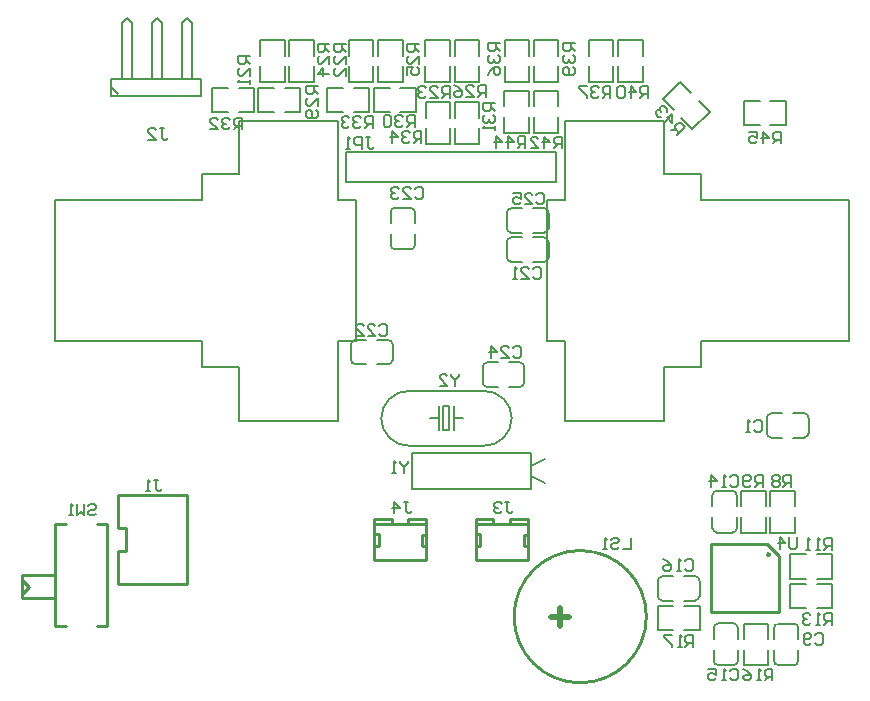
<source format=gbo>
G04*
G04 #@! TF.GenerationSoftware,Altium Limited,Altium Designer,18.1.9 (240)*
G04*
G04 Layer_Color=32896*
%FSLAX25Y25*%
%MOIN*%
G70*
G01*
G75*
%ADD12C,0.01000*%
%ADD13C,0.00787*%
%ADD17C,0.00800*%
%ADD19C,0.00600*%
%ADD20C,0.00591*%
%ADD110C,0.02000*%
D12*
X177331Y22835D02*
G03*
X177331Y22835I-22047J0D01*
G01*
X218484Y43504D02*
G03*
X218484Y43504I-492J0D01*
G01*
X92500Y53622D02*
Y55512D01*
X97972Y53622D02*
Y55512D01*
X86712D02*
X92500D01*
X97972D02*
X104035D01*
X86701Y41724D02*
X86701Y55504D01*
X86870Y46457D02*
X88131Y46459D01*
X88130Y50237D02*
X88131Y46459D01*
X86710Y50237D02*
X88130D01*
X86712Y53585D02*
X104035Y53585D01*
X86712Y41732D02*
X104035D01*
Y41732D02*
Y55512D01*
X102618Y46417D02*
X103879Y46416D01*
X102618Y46417D02*
X102619Y50196D01*
X104039D01*
X136477D02*
X137897D01*
X136476Y46417D02*
X136477Y50196D01*
X136476Y46417D02*
X137737Y46416D01*
X137894Y41732D02*
Y55512D01*
X120571Y41732D02*
X137894D01*
X120571Y53585D02*
X137894Y53585D01*
X120568Y50237D02*
X121988D01*
X121989Y46459D01*
X120728Y46457D02*
X121989Y46459D01*
X120559Y41724D02*
X120560Y55504D01*
X131830Y55512D02*
X137894D01*
X120571D02*
X126358D01*
X131830Y53622D02*
Y55512D01*
X126358Y53622D02*
Y55512D01*
X-2362Y19882D02*
Y53740D01*
X-5880Y19882D02*
X-2362Y19882D01*
X-19685Y19882D02*
X-16168Y19882D01*
X-5880Y53740D02*
X-2362Y53740D01*
X-19685Y53740D02*
X-16168D01*
X-19685Y19882D02*
Y53740D01*
X-26772Y28937D02*
X-19685D01*
X-30709Y28937D02*
Y36811D01*
X-30649Y36870D01*
X-19685D01*
X-30709Y28937D02*
X-26772Y28937D01*
X-30709Y35218D02*
X-28346Y32856D01*
X-30709Y30494D02*
X-28346Y32856D01*
X3739Y44561D02*
Y52511D01*
X1209Y33601D02*
Y36681D01*
Y44561D01*
Y52511D02*
X3739D01*
X1209D02*
Y63301D01*
Y44561D02*
X3739D01*
X24339Y33601D02*
Y63301D01*
X1209Y33601D02*
X24339D01*
X1209Y63301D02*
X24339D01*
X221437Y40551D02*
Y43012D01*
X217500Y46949D02*
X221437Y43012D01*
X215039Y46949D02*
X217500D01*
X221437Y24311D02*
Y40551D01*
X198799Y24311D02*
X221437D01*
X198799D02*
Y46949D01*
X215039D01*
D13*
X80394Y115098D02*
G03*
X78819Y113524I0J-1575D01*
G01*
X78819Y108524D02*
G03*
X80394Y106949I1575J0D01*
G01*
X91181Y106949D02*
G03*
X92756Y108524I0J1575D01*
G01*
X92756Y113524D02*
G03*
X91181Y115099I-1575J0D01*
G01*
X143150Y150846D02*
G03*
X144724Y152421I-0J1575D01*
G01*
X144724Y157421D02*
G03*
X143150Y158996I-1575J0D01*
G01*
X132362Y158996D02*
G03*
X130787Y157421I0J-1575D01*
G01*
X130787Y152421D02*
G03*
X132362Y150846I1575J0D01*
G01*
X143150Y141122D02*
G03*
X144724Y142697I-0J1575D01*
G01*
X144724Y147697D02*
G03*
X143150Y149272I-1575J0D01*
G01*
X132362Y149272D02*
G03*
X130787Y147697I0J-1575D01*
G01*
X130787Y142697D02*
G03*
X132362Y141122I1575J0D01*
G01*
X100216Y157598D02*
G03*
X98642Y159173I-1575J-0D01*
G01*
X93642Y159173D02*
G03*
X92067Y157598I0J-1575D01*
G01*
X92067Y146811D02*
G03*
X93642Y145236I1575J0D01*
G01*
X98642Y145236D02*
G03*
X100217Y146811I0J1575D01*
G01*
X122716Y101004D02*
G03*
X124291Y99429I1575J0D01*
G01*
X124291Y107579D02*
G03*
X122716Y106004I0J-1575D01*
G01*
X136653Y106004D02*
G03*
X135079Y107579I-1575J0D01*
G01*
X135079Y99429D02*
G03*
X136653Y101004I-0J1575D01*
G01*
X229842Y82539D02*
G03*
X231417Y84114I-0J1575D01*
G01*
X231417Y89114D02*
G03*
X229842Y90689I-1575J0D01*
G01*
X219055Y90689D02*
G03*
X217480Y89114I0J-1575D01*
G01*
X217480Y84114D02*
G03*
X219055Y82539I1575J0D01*
G01*
X201319Y20590D02*
G03*
X199744Y19016I0J-1575D01*
G01*
X207894Y19015D02*
G03*
X206319Y20590I-1575J0D01*
G01*
X206319Y6653D02*
G03*
X207894Y8228I0J1575D01*
G01*
X199744Y8228D02*
G03*
X201319Y6653I1575J0D01*
G01*
X193504Y28208D02*
G03*
X195079Y29783I-0J1575D01*
G01*
X195079Y34783D02*
G03*
X193504Y36358I-1575J0D01*
G01*
X182717Y36358D02*
G03*
X181142Y34783I0J-1575D01*
G01*
X181142Y29783D02*
G03*
X182717Y28208I1575J0D01*
G01*
X207500Y63228D02*
G03*
X205925Y64803I-1575J-0D01*
G01*
X200925Y64803D02*
G03*
X199350Y63228I0J-1575D01*
G01*
X199350Y52441D02*
G03*
X200925Y50866I1575J0D01*
G01*
X205925Y50866D02*
G03*
X207500Y52441I0J1575D01*
G01*
X219823Y8189D02*
G03*
X221398Y6614I1575J0D01*
G01*
X226398Y6614D02*
G03*
X227972Y8189I0J1575D01*
G01*
X227972Y18976D02*
G03*
X226398Y20551I-1575J0D01*
G01*
X221398Y20551D02*
G03*
X219823Y18976I0J-1575D01*
G01*
X223898Y186673D02*
X223898Y194823D01*
X209961D02*
X209961Y186673D01*
X209961Y194823D02*
X215158D01*
X218701D02*
X223898D01*
X218701Y186673D02*
X223898Y186673D01*
X209961D02*
X215158Y186673D01*
X99094Y77350D02*
X138858Y77350D01*
X99094Y77350D02*
X99094Y65350D01*
X138858D01*
X138858Y77350D01*
X138858Y72925D02*
X143583Y75287D01*
X138858Y69775D02*
X143583Y67413D01*
X147972Y189409D02*
X147972Y184213D01*
X147972Y192953D02*
Y198150D01*
X139823Y192953D02*
X139823Y198150D01*
X139823Y184213D02*
X139823Y189409D01*
X139823Y184213D02*
X147972D01*
X139823Y198150D02*
X147972D01*
X194767Y194854D02*
X198441Y191180D01*
X188586Y201034D02*
X192261Y197360D01*
X182824Y195272D02*
X186498Y191597D01*
X189004Y189092D02*
X192679Y185417D01*
X198441Y191180D01*
X182824Y195272D02*
X188586Y201034D01*
X139823Y209842D02*
Y215039D01*
X139823Y201102D02*
X139823Y206299D01*
X147972Y201102D02*
Y206299D01*
Y209842D02*
Y215039D01*
X139823D02*
X147972D01*
X139823Y201102D02*
X147972Y201102D01*
X138327Y206299D02*
X138327Y201102D01*
X138327Y209842D02*
X138327Y215039D01*
X130177Y209842D02*
Y215039D01*
Y201102D02*
Y206299D01*
Y201102D02*
X138327Y201102D01*
X130177Y215039D02*
X138327Y215039D01*
X167972Y209842D02*
Y215039D01*
Y201102D02*
Y206299D01*
X176122Y201102D02*
Y206299D01*
Y209842D02*
Y215039D01*
X167972Y215039D02*
X176122Y215039D01*
X167972Y201102D02*
X176122Y201102D01*
X166279Y206299D02*
X166279Y201102D01*
X166279Y209842D02*
X166279Y215039D01*
X158130Y209842D02*
Y215039D01*
Y201102D02*
Y206299D01*
Y201102D02*
X166279Y201102D01*
X158130Y215039D02*
X166279Y215039D01*
X2489Y220756D02*
X4155Y222422D01*
X2489Y201890D02*
Y220756D01*
X5822Y201890D02*
Y220720D01*
Y220756D02*
X5858Y220720D01*
X4155Y222422D02*
X5822Y220756D01*
X14155Y222422D02*
X15822Y220756D01*
Y201890D02*
Y220720D01*
X12489Y201890D02*
Y220756D01*
X14155Y222422D01*
X22489Y220756D02*
X24155Y222422D01*
X22489Y201890D02*
Y220756D01*
X25822Y201890D02*
Y220720D01*
X24155Y222422D02*
X25822Y220756D01*
X28858Y196390D02*
Y201890D01*
X-1142D02*
X28858D01*
X-1142Y196390D02*
Y201890D01*
Y199390D02*
X1358Y196890D01*
X-1142Y196390D02*
X5858D01*
X28858D01*
X77205Y167638D02*
Y177638D01*
Y167638D02*
X147205Y167638D01*
X77205Y177638D02*
X147205Y177638D01*
Y167638D02*
Y177638D01*
X87559Y115098D02*
X91181D01*
X80394D02*
X84016D01*
X80394Y106949D02*
X84016Y106949D01*
X78819Y108524D02*
Y113524D01*
X87559Y106949D02*
X91181Y106949D01*
X92756Y108524D02*
Y113524D01*
X132362Y150846D02*
X135984D01*
X139528D02*
X143150D01*
X139528Y158996D02*
X143150Y158996D01*
X144724Y152421D02*
Y157421D01*
X132362Y158996D02*
X135984Y158996D01*
X130787Y152421D02*
Y157421D01*
X132362Y141122D02*
X135984D01*
X139528D02*
X143150D01*
X139528Y149272D02*
X143150Y149272D01*
X144724Y142697D02*
Y147697D01*
X132362Y149272D02*
X135984Y149272D01*
X130787Y142697D02*
Y147697D01*
X100216Y146811D02*
Y150433D01*
Y153976D02*
Y157598D01*
X92067Y157598D02*
X92067Y153976D01*
X93642Y159173D02*
X98642D01*
X92067Y146811D02*
X92067Y150433D01*
X93642Y145236D02*
X98642D01*
X122716Y101004D02*
Y106004D01*
X124291Y107579D02*
X127913Y107579D01*
X136653Y101004D02*
Y106004D01*
X131457Y107579D02*
X135079Y107579D01*
X131457Y99429D02*
X135079D01*
X124291D02*
X127913D01*
X-19882Y161811D02*
X29331D01*
X-19882Y114567D02*
X29331Y114567D01*
X29331Y106004D02*
X41535D01*
X41535Y88189D02*
X74606D01*
X29331Y170374D02*
X41535D01*
Y188189D02*
X74606D01*
X-19882Y114567D02*
Y161811D01*
X74606Y161811D02*
X80512Y161811D01*
X74606Y114567D02*
X80512D01*
Y161811D01*
X74606Y88189D02*
X74606Y114567D01*
X74606Y161811D02*
X74606Y188189D01*
X41535Y88189D02*
X41535Y106004D01*
X29331Y161811D02*
Y170374D01*
X41535D02*
Y188189D01*
X29331Y114567D02*
X29331Y106004D01*
X111949Y180433D02*
Y185630D01*
Y189173D02*
X111949Y194370D01*
X103799Y189173D02*
Y194370D01*
Y180433D02*
Y185630D01*
Y180433D02*
X111949Y180433D01*
X103799Y194370D02*
X111949Y194370D01*
X113445Y209842D02*
Y215039D01*
X113445Y201102D02*
X113445Y206299D01*
X121595Y201102D02*
Y206299D01*
Y209842D02*
Y215039D01*
X113445D02*
X121595D01*
X113445Y201102D02*
X121595D01*
X111752Y201102D02*
Y206299D01*
Y209842D02*
X111752Y215039D01*
X103602Y209842D02*
Y215039D01*
Y201102D02*
Y206299D01*
Y201102D02*
X111752D01*
X103602Y215039D02*
X111752Y215039D01*
X121595Y185630D02*
X121595Y180433D01*
X121595Y189173D02*
Y194370D01*
X113445Y189173D02*
Y194370D01*
Y180433D02*
Y185630D01*
Y180433D02*
X121595Y180433D01*
X113445Y194370D02*
X121595Y194370D01*
X86536Y191004D02*
X91732D01*
X95276D02*
X100472Y191004D01*
X95276Y199153D02*
X100472D01*
X86536D02*
X91732D01*
X86536Y191004D02*
Y199153D01*
X100472Y191004D02*
X100472Y199153D01*
X79764D02*
X84961D01*
X71024D02*
X76221D01*
X71024Y191004D02*
X76221D01*
X79764D02*
X84961D01*
Y199153D01*
X71024Y191004D02*
X71024Y199153D01*
X87986Y215039D02*
X87986Y209842D01*
Y201102D02*
Y206299D01*
X96135Y201102D02*
Y206299D01*
Y209842D02*
Y215039D01*
X87986D02*
X96135D01*
X87986Y201102D02*
X96135D01*
X86358Y201102D02*
Y206299D01*
Y209842D02*
Y215039D01*
X78209Y209842D02*
Y215039D01*
Y201102D02*
Y206299D01*
Y201102D02*
X86358Y201102D01*
X78209Y215039D02*
X86358D01*
X41417Y199153D02*
X46614D01*
X32677Y199153D02*
X37874Y199153D01*
X32677Y191004D02*
X37874D01*
X41417D02*
X46614D01*
Y199153D01*
X32677Y191004D02*
X32677Y199153D01*
X47992Y191004D02*
X53189Y191004D01*
X56732D02*
X61929D01*
X56732Y199153D02*
X61929Y199153D01*
X47992D02*
X53189Y199153D01*
X47992Y191004D02*
Y199153D01*
X61929D02*
X61929Y191004D01*
X58327Y215039D02*
X58327Y209842D01*
Y201102D02*
Y206299D01*
X66476Y201102D02*
Y206299D01*
Y209842D02*
Y215039D01*
X58327D02*
X66476D01*
X58327Y201102D02*
X66476D01*
X56831Y206299D02*
X56831Y201102D01*
X56831Y209842D02*
X56831Y215039D01*
X48681Y209842D02*
Y215039D01*
Y201102D02*
Y206299D01*
Y201102D02*
X56831Y201102D01*
X48681Y215039D02*
X56831D01*
X219055Y82539D02*
X222677D01*
X226220D02*
X229842D01*
X226220Y90689D02*
X229842Y90689D01*
X231417Y84114D02*
Y89114D01*
X219055Y90689D02*
X222677Y90689D01*
X217480Y84114D02*
Y89114D01*
X195551Y170374D02*
X195551Y161811D01*
X183346Y88189D02*
Y106004D01*
X195551D02*
Y114567D01*
X183346Y170374D02*
X183346Y188189D01*
X150276Y88189D02*
X150276Y114567D01*
X150276Y161811D02*
X150276Y188189D01*
X144370Y114567D02*
Y161811D01*
X150276D01*
X144370Y114567D02*
X150276Y114567D01*
X244764Y114567D02*
Y161811D01*
X150276Y88189D02*
X183346D01*
Y106004D02*
X195551D01*
X150276Y188189D02*
X183346D01*
X183346Y170374D02*
X195551D01*
X195551Y161811D02*
X244764Y161811D01*
X195551Y114567D02*
X244764D01*
X181142Y18366D02*
X186339D01*
X189882D02*
X195079D01*
X189882Y26516D02*
X195079D01*
X181142D02*
X186339D01*
X181142D02*
X181142Y18366D01*
X195079D02*
Y26516D01*
X201319Y20590D02*
X206319D01*
X207894Y15394D02*
X207894Y19015D01*
X201319Y6653D02*
X206319D01*
X207894Y11850D02*
X207894Y8228D01*
X199744Y8228D02*
Y11850D01*
Y15394D02*
Y19016D01*
X209783Y20551D02*
X209783Y15354D01*
X209783Y6614D02*
X209783Y11811D01*
X217933Y6614D02*
Y11811D01*
Y15354D02*
Y20551D01*
X209783Y20551D02*
X217933Y20551D01*
X209783Y6614D02*
X217933Y6614D01*
X129980Y198150D02*
X138130Y198150D01*
X129980Y184213D02*
X138130Y184213D01*
X129980Y184213D02*
X129980Y189409D01*
Y192953D02*
Y198150D01*
X138130Y192953D02*
X138130Y198150D01*
X138130Y189409D02*
X138130Y184213D01*
X239291Y25649D02*
Y33799D01*
X225354Y33799D02*
X225354Y25649D01*
X225354Y33799D02*
X230551Y33799D01*
X234095Y33799D02*
X239291Y33799D01*
X234095Y25649D02*
X239291D01*
X225354Y25649D02*
X230551Y25649D01*
X182717Y28208D02*
X186339D01*
X189882D02*
X193504D01*
X189882Y36358D02*
X193504Y36358D01*
X195079Y29783D02*
Y34783D01*
X182717Y36358D02*
X186339Y36358D01*
X181142Y29783D02*
Y34783D01*
X207500Y52441D02*
Y56063D01*
Y59606D02*
Y63228D01*
X199350Y63228D02*
X199350Y59606D01*
X200925Y64803D02*
X205925D01*
X199350Y52441D02*
X199350Y56063D01*
X200925Y50866D02*
X205925D01*
X208996Y50866D02*
X217146Y50866D01*
X208996Y64803D02*
X217146Y64803D01*
Y59606D02*
Y64803D01*
Y50866D02*
Y56063D01*
X208996Y50866D02*
X208996Y56063D01*
X208996Y64803D02*
X208996Y59606D01*
X218642Y50866D02*
X226791Y50866D01*
X218642Y64803D02*
X226791Y64803D01*
Y59606D02*
Y64803D01*
Y50866D02*
Y56063D01*
X218642Y50866D02*
X218642Y56063D01*
X218642Y64803D02*
X218642Y59606D01*
X219823Y15354D02*
Y18976D01*
Y8189D02*
Y11811D01*
X227972Y11811D02*
X227972Y8189D01*
X221398Y6614D02*
X226398D01*
X227972Y15354D02*
X227972Y18976D01*
X221398Y20551D02*
X226398D01*
X239291Y35492D02*
Y43642D01*
X225354Y35492D02*
Y43642D01*
X230551D01*
X234095D02*
X239291D01*
X234095Y35492D02*
X239291Y35492D01*
X225354D02*
X230551Y35492D01*
D17*
X123199Y79797D02*
G03*
X123207Y98103I106J9153D01*
G01*
X98214Y98103D02*
G03*
X98207Y79797I-106J-9153D01*
G01*
X98207Y79796D02*
X123199D01*
X98214Y98103D02*
X123207D01*
D19*
X109707Y92950D02*
X109707Y84950D01*
X109707Y92950D02*
X111707D01*
X111707Y84950D02*
X111707Y92950D01*
X109707Y84950D02*
X111707D01*
X108207Y92950D02*
X108207Y84950D01*
X113207D02*
X113207Y92950D01*
X113207Y88950D02*
X116207Y88950D01*
X105207D02*
X108207D01*
D20*
X222047Y180567D02*
Y184503D01*
X220079D01*
X219423Y183847D01*
Y182535D01*
X220079Y181879D01*
X222047D01*
X220735D02*
X219423Y180567D01*
X216144D02*
Y184503D01*
X218111Y182535D01*
X215488D01*
X211552Y184503D02*
X214176D01*
Y182535D01*
X212864Y183191D01*
X212208D01*
X211552Y182535D01*
Y181223D01*
X212208Y180567D01*
X213520D01*
X214176Y181223D01*
X15093Y185629D02*
X16405D01*
X15749D01*
Y182349D01*
X16405Y181693D01*
X17061D01*
X17717Y182349D01*
X11157Y181693D02*
X13781D01*
X11157Y184317D01*
Y184973D01*
X11813Y185629D01*
X13125D01*
X13781Y184973D01*
X114961Y103739D02*
Y103083D01*
X113649Y101771D01*
X112337Y103083D01*
Y103739D01*
X113649Y101771D02*
Y99803D01*
X108401D02*
X111025D01*
X108401Y102427D01*
Y103083D01*
X109057Y103739D01*
X110369D01*
X111025Y103083D01*
X97835Y74802D02*
Y74146D01*
X96523Y72834D01*
X95211Y74146D01*
Y74802D01*
X96523Y72834D02*
Y70866D01*
X93899D02*
X92587D01*
X93243D01*
Y74802D01*
X93899Y74146D01*
X227638Y49408D02*
Y46128D01*
X226982Y45472D01*
X225670D01*
X225014Y46128D01*
Y49408D01*
X221734Y45472D02*
Y49408D01*
X223702Y47440D01*
X221078D01*
X-8647Y59844D02*
X-7992Y60500D01*
X-6680D01*
X-6024Y59844D01*
Y59188D01*
X-6680Y58532D01*
X-7992D01*
X-8647Y57876D01*
Y57220D01*
X-7992Y56564D01*
X-6680D01*
X-6024Y57220D01*
X-9959Y60500D02*
Y56564D01*
X-11271Y57876D01*
X-12583Y56564D01*
Y60500D01*
X-13895Y56564D02*
X-15207D01*
X-14551D01*
Y60500D01*
X-13895Y59844D01*
X192992Y12795D02*
Y16731D01*
X191024D01*
X190368Y16075D01*
Y14763D01*
X191024Y14107D01*
X192992D01*
X191680D02*
X190368Y12795D01*
X189056D02*
X187744D01*
X188400D01*
Y16731D01*
X189056Y16075D01*
X185777Y16731D02*
X183153D01*
Y16075D01*
X185777Y13451D01*
Y12795D01*
X239252Y20079D02*
Y24014D01*
X237284D01*
X236628Y23358D01*
Y22046D01*
X237284Y21391D01*
X239252D01*
X237940D02*
X236628Y20079D01*
X235316D02*
X234004D01*
X234660D01*
Y24014D01*
X235316Y23358D01*
X232036D02*
X231381Y24014D01*
X230069D01*
X229413Y23358D01*
Y22702D01*
X230069Y22046D01*
X230725D01*
X230069D01*
X229413Y21391D01*
Y20734D01*
X230069Y20079D01*
X231381D01*
X232036Y20734D01*
X239055Y45079D02*
Y49014D01*
X237087D01*
X236431Y48358D01*
Y47046D01*
X237087Y46391D01*
X239055D01*
X237743D02*
X236431Y45079D01*
X235119D02*
X233807D01*
X234463D01*
Y49014D01*
X235119Y48358D01*
X231840Y45079D02*
X230528D01*
X231184D01*
Y49014D01*
X231840Y48358D01*
X137008Y179134D02*
Y183070D01*
X135040D01*
X134384Y182414D01*
Y181102D01*
X135040Y180446D01*
X137008D01*
X135696D02*
X134384Y179134D01*
X131104D02*
Y183070D01*
X133072Y181102D01*
X130448D01*
X127169Y179134D02*
Y183070D01*
X129136Y181102D01*
X126513D01*
X187402Y183268D02*
X190185Y186051D01*
X188793Y187442D01*
X187865D01*
X186938Y186514D01*
Y185587D01*
X188329Y184195D01*
X187402Y185123D02*
X185546D01*
X183227Y187442D02*
X186010Y190225D01*
Y187442D01*
X184155Y189297D01*
Y191153D02*
Y192080D01*
X183227Y193008D01*
X182299Y193008D01*
X181836Y192544D01*
Y191617D01*
X182299Y191153D01*
X181836Y191617D01*
X180908Y191617D01*
X180444Y191153D01*
X180444Y190225D01*
X181372Y189297D01*
X182299D01*
X149213Y178937D02*
Y182873D01*
X147245D01*
X146589Y182217D01*
Y180905D01*
X147245Y180249D01*
X149213D01*
X147901D02*
X146589Y178937D01*
X143309D02*
Y182873D01*
X145277Y180905D01*
X142653D01*
X138717Y178937D02*
X141341D01*
X138717Y181561D01*
Y182217D01*
X139373Y182873D01*
X140685D01*
X141341Y182217D01*
X177953Y195866D02*
Y199802D01*
X175985D01*
X175329Y199146D01*
Y197834D01*
X175985Y197178D01*
X177953D01*
X176641D02*
X175329Y195866D01*
X172049D02*
Y199802D01*
X174017Y197834D01*
X171393D01*
X170081Y199146D02*
X169425Y199802D01*
X168113D01*
X167457Y199146D01*
Y196522D01*
X168113Y195866D01*
X169425D01*
X170081Y196522D01*
Y199146D01*
X153543Y213976D02*
X149608D01*
Y212009D01*
X150264Y211353D01*
X151575D01*
X152231Y212009D01*
Y213976D01*
Y212665D02*
X153543Y211353D01*
X150264Y210041D02*
X149608Y209385D01*
Y208073D01*
X150264Y207417D01*
X150919D01*
X151575Y208073D01*
Y208729D01*
Y208073D01*
X152231Y207417D01*
X152887D01*
X153543Y208073D01*
Y209385D01*
X152887Y210041D01*
Y206105D02*
X153543Y205449D01*
Y204137D01*
X152887Y203481D01*
X150264D01*
X149608Y204137D01*
Y205449D01*
X150264Y206105D01*
X150919D01*
X151575Y205449D01*
Y203481D01*
X165354Y195866D02*
Y199802D01*
X163386D01*
X162731Y199146D01*
Y197834D01*
X163386Y197178D01*
X165354D01*
X164042D02*
X162731Y195866D01*
X161419Y199146D02*
X160763Y199802D01*
X159451D01*
X158795Y199146D01*
Y198490D01*
X159451Y197834D01*
X160107D01*
X159451D01*
X158795Y197178D01*
Y196522D01*
X159451Y195866D01*
X160763D01*
X161419Y196522D01*
X157483Y199802D02*
X154859D01*
Y199146D01*
X157483Y196522D01*
Y195866D01*
X128543Y213976D02*
X124608D01*
Y212009D01*
X125264Y211353D01*
X126575D01*
X127231Y212009D01*
Y213976D01*
Y212665D02*
X128543Y211353D01*
X125264Y210041D02*
X124608Y209385D01*
Y208073D01*
X125264Y207417D01*
X125919D01*
X126575Y208073D01*
Y208729D01*
Y208073D01*
X127231Y207417D01*
X127887D01*
X128543Y208073D01*
Y209385D01*
X127887Y210041D01*
X124608Y203481D02*
X125264Y204793D01*
X126575Y206105D01*
X127887D01*
X128543Y205449D01*
Y204137D01*
X127887Y203481D01*
X127231D01*
X126575Y204137D01*
Y206105D01*
X102362Y180709D02*
Y184644D01*
X100394D01*
X99738Y183988D01*
Y182676D01*
X100394Y182021D01*
X102362D01*
X101050D02*
X99738Y180709D01*
X98427Y183988D02*
X97771Y184644D01*
X96459D01*
X95803Y183988D01*
Y183333D01*
X96459Y182676D01*
X97115D01*
X96459D01*
X95803Y182021D01*
Y181365D01*
X96459Y180709D01*
X97771D01*
X98427Y181365D01*
X92523Y180709D02*
Y184644D01*
X94491Y182676D01*
X91867D01*
X86221Y185630D02*
Y189566D01*
X84253D01*
X83597Y188910D01*
Y187598D01*
X84253Y186942D01*
X86221D01*
X84909D02*
X83597Y185630D01*
X82285Y188910D02*
X81629Y189566D01*
X80317D01*
X79661Y188910D01*
Y188254D01*
X80317Y187598D01*
X80973D01*
X80317D01*
X79661Y186942D01*
Y186286D01*
X80317Y185630D01*
X81629D01*
X82285Y186286D01*
X78349Y188910D02*
X77693Y189566D01*
X76381D01*
X75725Y188910D01*
Y188254D01*
X76381Y187598D01*
X77037D01*
X76381D01*
X75725Y186942D01*
Y186286D01*
X76381Y185630D01*
X77693D01*
X78349Y186286D01*
X42520Y185236D02*
Y189172D01*
X40552D01*
X39896Y188516D01*
Y187204D01*
X40552Y186548D01*
X42520D01*
X41208D02*
X39896Y185236D01*
X38584Y188516D02*
X37928Y189172D01*
X36616D01*
X35960Y188516D01*
Y187860D01*
X36616Y187204D01*
X37272D01*
X36616D01*
X35960Y186548D01*
Y185892D01*
X36616Y185236D01*
X37928D01*
X38584Y185892D01*
X32024Y185236D02*
X34648D01*
X32024Y187860D01*
Y188516D01*
X32680Y189172D01*
X33992D01*
X34648Y188516D01*
X126772Y194095D02*
X122836D01*
Y192127D01*
X123492Y191471D01*
X124804D01*
X125460Y192127D01*
Y194095D01*
Y192783D02*
X126772Y191471D01*
X123492Y190159D02*
X122836Y189503D01*
Y188191D01*
X123492Y187535D01*
X124148D01*
X124804Y188191D01*
Y188847D01*
Y188191D01*
X125460Y187535D01*
X126116D01*
X126772Y188191D01*
Y189503D01*
X126116Y190159D01*
X126772Y186223D02*
Y184911D01*
Y185567D01*
X122836D01*
X123492Y186223D01*
X100216Y186024D02*
Y189959D01*
X98249D01*
X97593Y189303D01*
Y187991D01*
X98249Y187336D01*
X100216D01*
X98905D02*
X97593Y186024D01*
X96281Y189303D02*
X95625Y189959D01*
X94313D01*
X93657Y189303D01*
Y188647D01*
X94313Y187991D01*
X94969D01*
X94313D01*
X93657Y187336D01*
Y186680D01*
X94313Y186024D01*
X95625D01*
X96281Y186680D01*
X92345Y189303D02*
X91689Y189959D01*
X90377D01*
X89721Y189303D01*
Y186680D01*
X90377Y186024D01*
X91689D01*
X92345Y186680D01*
Y189303D01*
X67913Y199606D02*
X63978D01*
Y197638D01*
X64634Y196983D01*
X65946D01*
X66602Y197638D01*
Y199606D01*
Y198294D02*
X67913Y196983D01*
Y193047D02*
Y195671D01*
X65290Y193047D01*
X64634D01*
X63978Y193703D01*
Y195015D01*
X64634Y195671D01*
X67257Y191735D02*
X67913Y191079D01*
Y189767D01*
X67257Y189111D01*
X64634D01*
X63978Y189767D01*
Y191079D01*
X64634Y191735D01*
X65290D01*
X65946Y191079D01*
Y189111D01*
X123824Y196063D02*
Y199999D01*
X121856D01*
X121201Y199343D01*
Y198031D01*
X121856Y197375D01*
X123824D01*
X122512D02*
X121201Y196063D01*
X117265D02*
X119889D01*
X117265Y198687D01*
Y199343D01*
X117921Y199999D01*
X119233D01*
X119889Y199343D01*
X113329Y199999D02*
X114641Y199343D01*
X115953Y198031D01*
Y196719D01*
X115297Y196063D01*
X113985D01*
X113329Y196719D01*
Y197375D01*
X113985Y198031D01*
X115953D01*
X101575Y213779D02*
X97639D01*
Y211812D01*
X98295Y211156D01*
X99607D01*
X100263Y211812D01*
Y213779D01*
Y212468D02*
X101575Y211156D01*
Y207220D02*
Y209844D01*
X98951Y207220D01*
X98295D01*
X97639Y207876D01*
Y209188D01*
X98295Y209844D01*
X97639Y203284D02*
Y205908D01*
X99607D01*
X98951Y204596D01*
Y203940D01*
X99607Y203284D01*
X100919D01*
X101575Y203940D01*
Y205252D01*
X100919Y205908D01*
X71653Y213583D02*
X67718D01*
Y211615D01*
X68374Y210959D01*
X69686D01*
X70342Y211615D01*
Y213583D01*
Y212271D02*
X71653Y210959D01*
Y207023D02*
Y209647D01*
X69030Y207023D01*
X68374D01*
X67718Y207679D01*
Y208991D01*
X68374Y209647D01*
X71653Y203743D02*
X67718D01*
X69686Y205711D01*
Y203087D01*
X111811Y195866D02*
Y199802D01*
X109843D01*
X109187Y199146D01*
Y197834D01*
X109843Y197178D01*
X111811D01*
X110499D02*
X109187Y195866D01*
X105252D02*
X107875D01*
X105252Y198490D01*
Y199146D01*
X105907Y199802D01*
X107219D01*
X107875Y199146D01*
X103939D02*
X103284Y199802D01*
X101972D01*
X101316Y199146D01*
Y198490D01*
X101972Y197834D01*
X102628D01*
X101972D01*
X101316Y197178D01*
Y196522D01*
X101972Y195866D01*
X103284D01*
X103939Y196522D01*
X77165Y213583D02*
X73230D01*
Y211615D01*
X73886Y210959D01*
X75197D01*
X75853Y211615D01*
Y213583D01*
Y212271D02*
X77165Y210959D01*
Y207023D02*
Y209647D01*
X74541Y207023D01*
X73886D01*
X73230Y207679D01*
Y208991D01*
X73886Y209647D01*
X77165Y203087D02*
Y205711D01*
X74541Y203087D01*
X73886D01*
X73230Y203743D01*
Y205055D01*
X73886Y205711D01*
X45276Y209646D02*
X41340D01*
Y207678D01*
X41996Y207022D01*
X43308D01*
X43964Y207678D01*
Y209646D01*
Y208334D02*
X45276Y207022D01*
Y203086D02*
Y205710D01*
X42652Y203086D01*
X41996D01*
X41340Y203742D01*
Y205054D01*
X41996Y205710D01*
X45276Y201774D02*
Y200462D01*
Y201118D01*
X41340D01*
X41996Y201774D01*
X219370Y1575D02*
Y5510D01*
X217402D01*
X216746Y4854D01*
Y3542D01*
X217402Y2887D01*
X219370D01*
X218058D02*
X216746Y1575D01*
X215434D02*
X214122D01*
X214778D01*
Y5510D01*
X215434Y4854D01*
X209531Y5510D02*
X210843Y4854D01*
X212155Y3542D01*
Y2231D01*
X211499Y1575D01*
X210187D01*
X209531Y2231D01*
Y2887D01*
X210187Y3542D01*
X212155D01*
X216161Y66102D02*
Y70038D01*
X214194D01*
X213538Y69382D01*
Y68070D01*
X214194Y67414D01*
X216161D01*
X214849D02*
X213538Y66102D01*
X212226Y66758D02*
X211570Y66102D01*
X210258D01*
X209602Y66758D01*
Y69382D01*
X210258Y70038D01*
X211570D01*
X212226Y69382D01*
Y68726D01*
X211570Y68070D01*
X209602D01*
X225669Y66102D02*
Y70038D01*
X223701D01*
X223045Y69382D01*
Y68070D01*
X223701Y67414D01*
X225669D01*
X224357D02*
X223045Y66102D01*
X221734Y69382D02*
X221078Y70038D01*
X219766D01*
X219110Y69382D01*
Y68726D01*
X219766Y68070D01*
X219110Y67414D01*
Y66758D01*
X219766Y66102D01*
X221078D01*
X221734Y66758D01*
Y67414D01*
X221078Y68070D01*
X221734Y68726D01*
Y69382D01*
X221078Y68070D02*
X219766D01*
X172047Y49211D02*
Y45276D01*
X169423D01*
X165488Y48555D02*
X166144Y49211D01*
X167455D01*
X168112Y48555D01*
Y47899D01*
X167455Y47243D01*
X166144D01*
X165488Y46587D01*
Y45932D01*
X166144Y45276D01*
X167455D01*
X168112Y45932D01*
X164176Y45276D02*
X162864D01*
X163520D01*
Y49211D01*
X164176Y48555D01*
X83793Y182676D02*
X85105D01*
X84449D01*
Y179396D01*
X85105Y178740D01*
X85761D01*
X86417Y179396D01*
X82482Y178740D02*
Y182676D01*
X80514D01*
X79858Y182020D01*
Y180708D01*
X80514Y180052D01*
X82482D01*
X78546Y178740D02*
X77234D01*
X77890D01*
Y182676D01*
X78546Y182020D01*
X96510Y61180D02*
X97822D01*
X97166D01*
Y57900D01*
X97822Y57244D01*
X98478D01*
X99134Y57900D01*
X93230Y57244D02*
Y61180D01*
X95198Y59212D01*
X92574D01*
X130368Y61180D02*
X131680D01*
X131024D01*
Y57900D01*
X131680Y57244D01*
X132336D01*
X132992Y57900D01*
X129056Y60524D02*
X128400Y61180D01*
X127088D01*
X126433Y60524D01*
Y59868D01*
X127088Y59212D01*
X127744D01*
X127088D01*
X126433Y58556D01*
Y57900D01*
X127088Y57244D01*
X128400D01*
X129056Y57900D01*
X13124Y68502D02*
X14436D01*
X13780D01*
Y65223D01*
X14436Y64567D01*
X15092D01*
X15748Y65223D01*
X11812Y64567D02*
X10500D01*
X11156D01*
Y68502D01*
X11812Y67847D01*
X140683Y163516D02*
X141339Y164172D01*
X142651D01*
X143307Y163516D01*
Y160892D01*
X142651Y160236D01*
X141339D01*
X140683Y160892D01*
X136748Y160236D02*
X139371D01*
X136748Y162860D01*
Y163516D01*
X137404Y164172D01*
X138715D01*
X139371Y163516D01*
X132812Y164172D02*
X135436D01*
Y162204D01*
X134124Y162860D01*
X133468D01*
X132812Y162204D01*
Y160892D01*
X133468Y160236D01*
X134780D01*
X135436Y160892D01*
X132849Y112492D02*
X133505Y113148D01*
X134817D01*
X135472Y112492D01*
Y109869D01*
X134817Y109213D01*
X133505D01*
X132849Y109869D01*
X128913Y109213D02*
X131537D01*
X128913Y111836D01*
Y112492D01*
X129569Y113148D01*
X130881D01*
X131537Y112492D01*
X125633Y109213D02*
Y113148D01*
X127601Y111180D01*
X124977D01*
X100182Y165467D02*
X100838Y166123D01*
X102150D01*
X102806Y165467D01*
Y162843D01*
X102150Y162187D01*
X100838D01*
X100182Y162843D01*
X96247Y162187D02*
X98871D01*
X96247Y164811D01*
Y165467D01*
X96903Y166123D01*
X98215D01*
X98871Y165467D01*
X94935D02*
X94279Y166123D01*
X92967D01*
X92311Y165467D01*
Y164811D01*
X92967Y164155D01*
X93623D01*
X92967D01*
X92311Y163499D01*
Y162843D01*
X92967Y162187D01*
X94279D01*
X94935Y162843D01*
X88321Y119618D02*
X88977Y120274D01*
X90289D01*
X90945Y119618D01*
Y116995D01*
X90289Y116339D01*
X88977D01*
X88321Y116995D01*
X84385Y116339D02*
X87009D01*
X84385Y118962D01*
Y119618D01*
X85041Y120274D01*
X86353D01*
X87009Y119618D01*
X80450Y116339D02*
X83073D01*
X80450Y118962D01*
Y119618D01*
X81106Y120274D01*
X82417D01*
X83073Y119618D01*
X139502Y138811D02*
X140158Y139467D01*
X141470D01*
X142126Y138811D01*
Y136187D01*
X141470Y135531D01*
X140158D01*
X139502Y136187D01*
X135566Y135531D02*
X138190D01*
X135566Y138155D01*
Y138811D01*
X136222Y139467D01*
X137534D01*
X138190Y138811D01*
X134255Y135531D02*
X132943D01*
X133598D01*
Y139467D01*
X134255Y138811D01*
X190172Y41272D02*
X190827Y41928D01*
X192139D01*
X192795Y41272D01*
Y38648D01*
X192139Y37992D01*
X190827D01*
X190172Y38648D01*
X188859Y37992D02*
X187548D01*
X188204D01*
Y41928D01*
X188859Y41272D01*
X182956Y41928D02*
X184268Y41272D01*
X185580Y39960D01*
Y38648D01*
X184924Y37992D01*
X183612D01*
X182956Y38648D01*
Y39304D01*
X183612Y39960D01*
X185580D01*
X205132Y4854D02*
X205788Y5510D01*
X207100D01*
X207756Y4854D01*
Y2231D01*
X207100Y1575D01*
X205788D01*
X205132Y2231D01*
X203820Y1575D02*
X202508D01*
X203164D01*
Y5510D01*
X203820Y4854D01*
X197917Y5510D02*
X200540D01*
Y3542D01*
X199229Y4198D01*
X198573D01*
X197917Y3542D01*
Y2231D01*
X198573Y1575D01*
X199884D01*
X200540Y2231D01*
X205329Y69421D02*
X205985Y70077D01*
X207297D01*
X207953Y69421D01*
Y66798D01*
X207297Y66141D01*
X205985D01*
X205329Y66798D01*
X204017Y66141D02*
X202705D01*
X203361D01*
Y70077D01*
X204017Y69421D01*
X198769Y66141D02*
Y70077D01*
X200737Y68109D01*
X198113D01*
X233675Y16665D02*
X234331Y17321D01*
X235643D01*
X236299Y16665D01*
Y14042D01*
X235643Y13386D01*
X234331D01*
X233675Y14042D01*
X232364D02*
X231708Y13386D01*
X230396D01*
X229740Y14042D01*
Y16665D01*
X230396Y17321D01*
X231708D01*
X232364Y16665D01*
Y16010D01*
X231708Y15353D01*
X229740D01*
X213124Y87729D02*
X213780Y88385D01*
X215092D01*
X215748Y87729D01*
Y85105D01*
X215092Y84449D01*
X213780D01*
X213124Y85105D01*
X211812Y84449D02*
X210500D01*
X211156D01*
Y88385D01*
X211812Y87729D01*
D110*
X145536Y22835D02*
X151536D01*
X148536Y19835D02*
Y25835D01*
M02*

</source>
